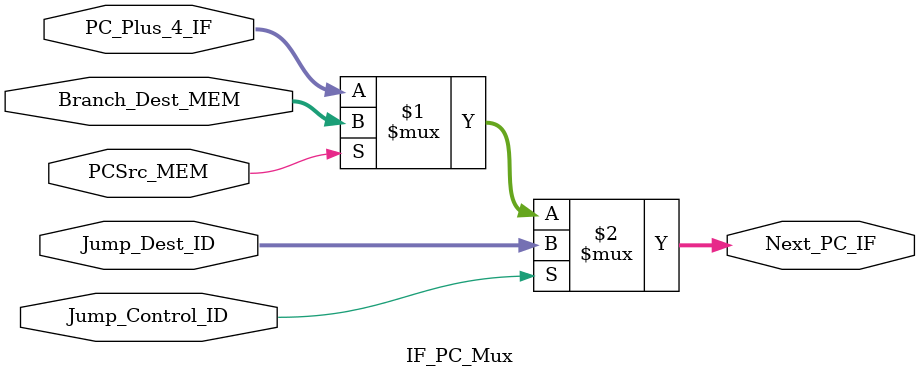
<source format=v>


module IF_PC_Mux(
		 input [31:0] PC_Plus_4_IF,
		 input [31:0] Branch_Dest_MEM,
		 input [31:0] Jump_Dest_ID,
		 input 		  PCSrc_MEM, // actually ID stage
		 input 		  Jump_Control_ID,
		 output [31:0]Next_PC_IF
		 );
	
   assign Next_PC_IF = Jump_Control_ID ? Jump_Dest_ID : (PCSrc_MEM ? Branch_Dest_MEM : PC_Plus_4_IF);

endmodule // IF_PC_Mux


   
   

</source>
